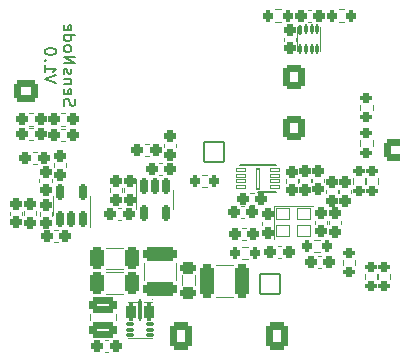
<source format=gbo>
G04 #@! TF.GenerationSoftware,KiCad,Pcbnew,(6.0.7)*
G04 #@! TF.CreationDate,2022-10-27T11:54:22+02:00*
G04 #@! TF.ProjectId,sensorNode,73656e73-6f72-44e6-9f64-652e6b696361,rev?*
G04 #@! TF.SameCoordinates,Original*
G04 #@! TF.FileFunction,Legend,Bot*
G04 #@! TF.FilePolarity,Positive*
%FSLAX46Y46*%
G04 Gerber Fmt 4.6, Leading zero omitted, Abs format (unit mm)*
G04 Created by KiCad (PCBNEW (6.0.7)) date 2022-10-27 11:54:22*
%MOMM*%
%LPD*%
G01*
G04 APERTURE LIST*
G04 Aperture macros list*
%AMRoundRect*
0 Rectangle with rounded corners*
0 $1 Rounding radius*
0 $2 $3 $4 $5 $6 $7 $8 $9 X,Y pos of 4 corners*
0 Add a 4 corners polygon primitive as box body*
4,1,4,$2,$3,$4,$5,$6,$7,$8,$9,$2,$3,0*
0 Add four circle primitives for the rounded corners*
1,1,$1+$1,$2,$3*
1,1,$1+$1,$4,$5*
1,1,$1+$1,$6,$7*
1,1,$1+$1,$8,$9*
0 Add four rect primitives between the rounded corners*
20,1,$1+$1,$2,$3,$4,$5,0*
20,1,$1+$1,$4,$5,$6,$7,0*
20,1,$1+$1,$6,$7,$8,$9,0*
20,1,$1+$1,$8,$9,$2,$3,0*%
G04 Aperture macros list end*
%ADD10C,0.150000*%
%ADD11C,0.120000*%
%ADD12RoundRect,0.050000X0.850000X-0.850000X0.850000X0.850000X-0.850000X0.850000X-0.850000X-0.850000X0*%
%ADD13O,1.800000X1.800000*%
%ADD14RoundRect,0.300000X-0.600000X-0.750000X0.600000X-0.750000X0.600000X0.750000X-0.600000X0.750000X0*%
%ADD15O,1.800000X2.100000*%
%ADD16C,3.300000*%
%ADD17RoundRect,0.300000X-0.620000X-0.845000X0.620000X-0.845000X0.620000X0.845000X-0.620000X0.845000X0*%
%ADD18O,1.840000X2.290000*%
%ADD19RoundRect,0.300000X0.750000X-0.600000X0.750000X0.600000X-0.750000X0.600000X-0.750000X-0.600000X0*%
%ADD20O,2.100000X1.800000*%
%ADD21O,1.700000X2.600000*%
%ADD22O,3.600000X7.100000*%
%ADD23O,2.000000X1.150000*%
%ADD24RoundRect,0.300000X0.725000X-0.600000X0.725000X0.600000X-0.725000X0.600000X-0.725000X-0.600000X0*%
%ADD25O,2.050000X1.800000*%
%ADD26RoundRect,0.268750X-0.256250X0.218750X-0.256250X-0.218750X0.256250X-0.218750X0.256250X0.218750X0*%
%ADD27RoundRect,0.250000X0.200000X0.275000X-0.200000X0.275000X-0.200000X-0.275000X0.200000X-0.275000X0*%
%ADD28RoundRect,0.268750X0.218750X0.256250X-0.218750X0.256250X-0.218750X-0.256250X0.218750X-0.256250X0*%
%ADD29RoundRect,0.275000X-0.250000X0.225000X-0.250000X-0.225000X0.250000X-0.225000X0.250000X0.225000X0*%
%ADD30RoundRect,0.275000X0.225000X0.250000X-0.225000X0.250000X-0.225000X-0.250000X0.225000X-0.250000X0*%
%ADD31RoundRect,0.050000X-0.575000X-0.500000X0.575000X-0.500000X0.575000X0.500000X-0.575000X0.500000X0*%
%ADD32RoundRect,0.250000X0.275000X-0.200000X0.275000X0.200000X-0.275000X0.200000X-0.275000X-0.200000X0*%
%ADD33RoundRect,0.250000X0.200000X0.525000X-0.200000X0.525000X-0.200000X-0.525000X0.200000X-0.525000X0*%
%ADD34RoundRect,0.125000X0.225000X0.075000X-0.225000X0.075000X-0.225000X-0.075000X0.225000X-0.075000X0*%
%ADD35RoundRect,0.125000X0.075000X0.787500X-0.075000X0.787500X-0.075000X-0.787500X0.075000X-0.787500X0*%
%ADD36RoundRect,0.250000X-0.200000X-0.275000X0.200000X-0.275000X0.200000X0.275000X-0.200000X0.275000X0*%
%ADD37RoundRect,0.300000X-1.100000X0.325000X-1.100000X-0.325000X1.100000X-0.325000X1.100000X0.325000X0*%
%ADD38RoundRect,0.275000X0.250000X-0.225000X0.250000X0.225000X-0.250000X0.225000X-0.250000X-0.225000X0*%
%ADD39RoundRect,0.268750X-0.381250X0.218750X-0.381250X-0.218750X0.381250X-0.218750X0.381250X0.218750X0*%
%ADD40RoundRect,0.268750X-0.218750X-0.256250X0.218750X-0.256250X0.218750X0.256250X-0.218750X0.256250X0*%
%ADD41RoundRect,0.268750X0.256250X-0.218750X0.256250X0.218750X-0.256250X0.218750X-0.256250X-0.218750X0*%
%ADD42RoundRect,0.300000X0.325000X0.650000X-0.325000X0.650000X-0.325000X-0.650000X0.325000X-0.650000X0*%
%ADD43RoundRect,0.275000X-0.225000X-0.250000X0.225000X-0.250000X0.225000X0.250000X-0.225000X0.250000X0*%
%ADD44RoundRect,0.200000X0.150000X-0.512500X0.150000X0.512500X-0.150000X0.512500X-0.150000X-0.512500X0*%
%ADD45RoundRect,0.300000X0.325000X1.100000X-0.325000X1.100000X-0.325000X-1.100000X0.325000X-1.100000X0*%
%ADD46RoundRect,0.300000X0.850000X-0.375000X0.850000X0.375000X-0.850000X0.375000X-0.850000X-0.375000X0*%
%ADD47RoundRect,0.200000X-0.150000X0.512500X-0.150000X-0.512500X0.150000X-0.512500X0.150000X0.512500X0*%
%ADD48RoundRect,0.050000X-0.375000X-0.150000X0.375000X-0.150000X0.375000X0.150000X-0.375000X0.150000X0*%
%ADD49RoundRect,0.050000X-0.150000X-0.850000X0.150000X-0.850000X0.150000X0.850000X-0.150000X0.850000X0*%
%ADD50RoundRect,0.250000X-0.275000X0.200000X-0.275000X-0.200000X0.275000X-0.200000X0.275000X0.200000X0*%
%ADD51RoundRect,0.112500X-0.062500X0.337500X-0.062500X-0.337500X0.062500X-0.337500X0.062500X0.337500X0*%
%ADD52RoundRect,0.112500X-0.062500X0.287500X-0.062500X-0.287500X0.062500X-0.287500X0.062500X0.287500X0*%
G04 APERTURE END LIST*
D10*
X214900238Y-102428571D02*
X214852619Y-102285714D01*
X214852619Y-102047619D01*
X214900238Y-101952380D01*
X214947857Y-101904761D01*
X215043095Y-101857142D01*
X215138333Y-101857142D01*
X215233571Y-101904761D01*
X215281190Y-101952380D01*
X215328809Y-102047619D01*
X215376428Y-102238095D01*
X215424047Y-102333333D01*
X215471666Y-102380952D01*
X215566904Y-102428571D01*
X215662142Y-102428571D01*
X215757380Y-102380952D01*
X215805000Y-102333333D01*
X215852619Y-102238095D01*
X215852619Y-102000000D01*
X215805000Y-101857142D01*
X214900238Y-101047619D02*
X214852619Y-101142857D01*
X214852619Y-101333333D01*
X214900238Y-101428571D01*
X214995476Y-101476190D01*
X215376428Y-101476190D01*
X215471666Y-101428571D01*
X215519285Y-101333333D01*
X215519285Y-101142857D01*
X215471666Y-101047619D01*
X215376428Y-101000000D01*
X215281190Y-101000000D01*
X215185952Y-101476190D01*
X215519285Y-100571428D02*
X214852619Y-100571428D01*
X215424047Y-100571428D02*
X215471666Y-100523809D01*
X215519285Y-100428571D01*
X215519285Y-100285714D01*
X215471666Y-100190476D01*
X215376428Y-100142857D01*
X214852619Y-100142857D01*
X214900238Y-99714285D02*
X214852619Y-99619047D01*
X214852619Y-99428571D01*
X214900238Y-99333333D01*
X214995476Y-99285714D01*
X215043095Y-99285714D01*
X215138333Y-99333333D01*
X215185952Y-99428571D01*
X215185952Y-99571428D01*
X215233571Y-99666666D01*
X215328809Y-99714285D01*
X215376428Y-99714285D01*
X215471666Y-99666666D01*
X215519285Y-99571428D01*
X215519285Y-99428571D01*
X215471666Y-99333333D01*
X214852619Y-98857142D02*
X215852619Y-98857142D01*
X214852619Y-98285714D01*
X215852619Y-98285714D01*
X214852619Y-97666666D02*
X214900238Y-97761904D01*
X214947857Y-97809523D01*
X215043095Y-97857142D01*
X215328809Y-97857142D01*
X215424047Y-97809523D01*
X215471666Y-97761904D01*
X215519285Y-97666666D01*
X215519285Y-97523809D01*
X215471666Y-97428571D01*
X215424047Y-97380952D01*
X215328809Y-97333333D01*
X215043095Y-97333333D01*
X214947857Y-97380952D01*
X214900238Y-97428571D01*
X214852619Y-97523809D01*
X214852619Y-97666666D01*
X214852619Y-96476190D02*
X215852619Y-96476190D01*
X214900238Y-96476190D02*
X214852619Y-96571428D01*
X214852619Y-96761904D01*
X214900238Y-96857142D01*
X214947857Y-96904761D01*
X215043095Y-96952380D01*
X215328809Y-96952380D01*
X215424047Y-96904761D01*
X215471666Y-96857142D01*
X215519285Y-96761904D01*
X215519285Y-96571428D01*
X215471666Y-96476190D01*
X214900238Y-95619047D02*
X214852619Y-95714285D01*
X214852619Y-95904761D01*
X214900238Y-96000000D01*
X214995476Y-96047619D01*
X215376428Y-96047619D01*
X215471666Y-96000000D01*
X215519285Y-95904761D01*
X215519285Y-95714285D01*
X215471666Y-95619047D01*
X215376428Y-95571428D01*
X215281190Y-95571428D01*
X215185952Y-96047619D01*
X214242619Y-100523809D02*
X213242619Y-100190476D01*
X214242619Y-99857142D01*
X213242619Y-99000000D02*
X213242619Y-99571428D01*
X213242619Y-99285714D02*
X214242619Y-99285714D01*
X214099761Y-99380952D01*
X214004523Y-99476190D01*
X213956904Y-99571428D01*
X213337857Y-98571428D02*
X213290238Y-98523809D01*
X213242619Y-98571428D01*
X213290238Y-98619047D01*
X213337857Y-98571428D01*
X213242619Y-98571428D01*
X214242619Y-97904761D02*
X214242619Y-97809523D01*
X214195000Y-97714285D01*
X214147380Y-97666666D01*
X214052142Y-97619047D01*
X213861666Y-97571428D01*
X213623571Y-97571428D01*
X213433095Y-97619047D01*
X213337857Y-97666666D01*
X213290238Y-97714285D01*
X213242619Y-97809523D01*
X213242619Y-97904761D01*
X213290238Y-98000000D01*
X213337857Y-98047619D01*
X213433095Y-98095238D01*
X213623571Y-98142857D01*
X213861666Y-98142857D01*
X214052142Y-98095238D01*
X214147380Y-98047619D01*
X214195000Y-98000000D01*
X214242619Y-97904761D01*
D11*
X213910000Y-111437221D02*
X213910000Y-111762779D01*
X212890000Y-111437221D02*
X212890000Y-111762779D01*
X238637258Y-95322500D02*
X238162742Y-95322500D01*
X238637258Y-94277500D02*
X238162742Y-94277500D01*
X214987779Y-103090000D02*
X214662221Y-103090000D01*
X214987779Y-104110000D02*
X214662221Y-104110000D01*
X224392024Y-105637221D02*
X224392024Y-105962779D01*
X223372024Y-105637221D02*
X223372024Y-105962779D01*
X238140000Y-109559420D02*
X238140000Y-109840580D01*
X239160000Y-109559420D02*
X239160000Y-109840580D01*
X214340580Y-114010000D02*
X214059420Y-114010000D01*
X214340580Y-112990000D02*
X214059420Y-112990000D01*
X232675000Y-110900000D02*
X235975000Y-110900000D01*
X232675000Y-113700000D02*
X232675000Y-110900000D01*
X241422500Y-117137258D02*
X241422500Y-116662742D01*
X240377500Y-117137258D02*
X240377500Y-116662742D01*
X230437258Y-114377500D02*
X229962742Y-114377500D01*
X230437258Y-115422500D02*
X229962742Y-115422500D01*
X240427500Y-109037258D02*
X240427500Y-108562742D01*
X241472500Y-109037258D02*
X241472500Y-108562742D01*
X231615000Y-112259420D02*
X231615000Y-112540580D01*
X232635000Y-112259420D02*
X232635000Y-112540580D01*
X222350000Y-119087500D02*
X221650000Y-119087500D01*
X222350000Y-122087500D02*
X220350000Y-122087500D01*
X220350000Y-119087500D02*
X221050000Y-119087500D01*
X222400000Y-118837500D02*
G75*
G03*
X222400000Y-118837500I-50000J0D01*
G01*
X236062742Y-114822500D02*
X236537258Y-114822500D01*
X236062742Y-113777500D02*
X236537258Y-113777500D01*
X238060000Y-109559420D02*
X238060000Y-109840580D01*
X237040000Y-109559420D02*
X237040000Y-109840580D01*
X215035000Y-107312221D02*
X215035000Y-107637779D01*
X214015000Y-107312221D02*
X214015000Y-107637779D01*
X233490000Y-96659420D02*
X233490000Y-96940580D01*
X234510000Y-96659420D02*
X234510000Y-96940580D01*
X221640000Y-115788748D02*
X221640000Y-117211252D01*
X224360000Y-115788748D02*
X224360000Y-117211252D01*
X242522500Y-117137258D02*
X242522500Y-116662742D01*
X241477500Y-117137258D02*
X241477500Y-116662742D01*
X212287779Y-104290000D02*
X211962221Y-104290000D01*
X212287779Y-105310000D02*
X211962221Y-105310000D01*
X238335000Y-112465580D02*
X238335000Y-112184420D01*
X237315000Y-112465580D02*
X237315000Y-112184420D01*
X225960000Y-116800378D02*
X225960000Y-117599622D01*
X224840000Y-116800378D02*
X224840000Y-117599622D01*
X214662221Y-105410000D02*
X214987779Y-105410000D01*
X214662221Y-104390000D02*
X214987779Y-104390000D01*
X222062779Y-106710000D02*
X221737221Y-106710000D01*
X222062779Y-105690000D02*
X221737221Y-105690000D01*
X239977500Y-102837258D02*
X239977500Y-102362742D01*
X241022500Y-102837258D02*
X241022500Y-102362742D01*
X227037258Y-109322500D02*
X226562742Y-109322500D01*
X227037258Y-108277500D02*
X226562742Y-108277500D01*
X233265580Y-115310000D02*
X232984420Y-115310000D01*
X233265580Y-114290000D02*
X232984420Y-114290000D01*
X219990000Y-109762779D02*
X219990000Y-109437221D01*
X221010000Y-109762779D02*
X221010000Y-109437221D01*
X240372500Y-109037258D02*
X240372500Y-108562742D01*
X239327500Y-109037258D02*
X239327500Y-108562742D01*
X219911252Y-114440000D02*
X218488748Y-114440000D01*
X219911252Y-116260000D02*
X218488748Y-116260000D01*
X219911252Y-116540000D02*
X218488748Y-116540000D01*
X219911252Y-118360000D02*
X218488748Y-118360000D01*
X212560000Y-111712779D02*
X212560000Y-111387221D01*
X211540000Y-111712779D02*
X211540000Y-111387221D01*
X236409420Y-116210000D02*
X236690580Y-116210000D01*
X236409420Y-115190000D02*
X236690580Y-115190000D01*
X217085000Y-110862500D02*
X217085000Y-112662500D01*
X213965000Y-110862500D02*
X213965000Y-111662500D01*
X217085000Y-110862500D02*
X217085000Y-110062500D01*
X213965000Y-110862500D02*
X213965000Y-110062500D01*
X230165580Y-111910000D02*
X229884420Y-111910000D01*
X230165580Y-110890000D02*
X229884420Y-110890000D01*
X229211252Y-118660000D02*
X227788748Y-118660000D01*
X229211252Y-115940000D02*
X227788748Y-115940000D01*
X232762742Y-95322500D02*
X233237258Y-95322500D01*
X232762742Y-94277500D02*
X233237258Y-94277500D01*
X213835000Y-108646920D02*
X213835000Y-108928080D01*
X212815000Y-108646920D02*
X212815000Y-108928080D01*
X233715000Y-108659420D02*
X233715000Y-108940580D01*
X234735000Y-108659420D02*
X234735000Y-108940580D01*
X235559420Y-95310000D02*
X235840580Y-95310000D01*
X235559420Y-94290000D02*
X235840580Y-94290000D01*
X230940580Y-109790000D02*
X230659420Y-109790000D01*
X230940580Y-110810000D02*
X230659420Y-110810000D01*
X212562779Y-106390000D02*
X212237221Y-106390000D01*
X212562779Y-107410000D02*
X212237221Y-107410000D01*
X223222604Y-108310000D02*
X222941444Y-108310000D01*
X223222604Y-107290000D02*
X222941444Y-107290000D01*
X219310000Y-120611252D02*
X219310000Y-120088748D01*
X217090000Y-120611252D02*
X217090000Y-120088748D01*
X221022024Y-110400000D02*
X221022024Y-111200000D01*
X221022024Y-110400000D02*
X221022024Y-108600000D01*
X224142024Y-110400000D02*
X224142024Y-109600000D01*
X224142024Y-110400000D02*
X224142024Y-111200000D01*
X211360000Y-111678080D02*
X211360000Y-111396920D01*
X210340000Y-111678080D02*
X210340000Y-111396920D01*
X235835000Y-108634420D02*
X235835000Y-108915580D01*
X234815000Y-108634420D02*
X234815000Y-108915580D01*
X236115000Y-112440580D02*
X236115000Y-112159420D01*
X237135000Y-112440580D02*
X237135000Y-112159420D01*
X235915000Y-108609420D02*
X235915000Y-108890580D01*
X236935000Y-108609420D02*
X236935000Y-108890580D01*
X218790000Y-109437221D02*
X218790000Y-109762779D01*
X219810000Y-109437221D02*
X219810000Y-109762779D01*
X239522500Y-115937258D02*
X239522500Y-115462742D01*
X238477500Y-115937258D02*
X238477500Y-115462742D01*
X212287779Y-103090000D02*
X211962221Y-103090000D01*
X212287779Y-104110000D02*
X211962221Y-104110000D01*
X230265580Y-112790000D02*
X229984420Y-112790000D01*
X230265580Y-113810000D02*
X229984420Y-113810000D01*
D10*
X231300000Y-109725000D02*
X232800000Y-109725000D01*
X229800000Y-107475000D02*
X232800000Y-107475000D01*
D11*
X219740580Y-111090000D02*
X219459420Y-111090000D01*
X219740580Y-112110000D02*
X219459420Y-112110000D01*
X239977500Y-105362742D02*
X239977500Y-105837258D01*
X241022500Y-105362742D02*
X241022500Y-105837258D01*
X234600000Y-95800000D02*
X234600000Y-97800000D01*
X236600000Y-95800000D02*
X236600000Y-97800000D01*
X218359420Y-122240000D02*
X218640580Y-122240000D01*
X218359420Y-123260000D02*
X218640580Y-123260000D01*
%LPC*%
D12*
X232360000Y-117500000D03*
D13*
X234900000Y-117500000D03*
X237440000Y-117500000D03*
D14*
X234250000Y-91800000D03*
D15*
X236750000Y-91800000D03*
D16*
X213000000Y-93000000D03*
D14*
X234350000Y-100000000D03*
D15*
X236850000Y-100000000D03*
D12*
X227550000Y-106375000D03*
D13*
X230090000Y-106375000D03*
D17*
X232960000Y-121920000D03*
D18*
X235500000Y-121920000D03*
X238040000Y-121920000D03*
D19*
X211700000Y-101150000D03*
D20*
X211700000Y-98650000D03*
D21*
X223900000Y-102700000D03*
D22*
X228980000Y-97620000D03*
D21*
X221360000Y-102700000D03*
D22*
X218820000Y-97620000D03*
D16*
X242500000Y-122000000D03*
D14*
X234350000Y-104300000D03*
D15*
X236850000Y-104300000D03*
D17*
X224760000Y-121920000D03*
D18*
X227300000Y-121920000D03*
X229840000Y-121920000D03*
D16*
X242500000Y-93000000D03*
D23*
X244000000Y-117575000D03*
X244000000Y-110425000D03*
D24*
X243000000Y-106150000D03*
D25*
X243000000Y-103650000D03*
X243000000Y-101150000D03*
X243000000Y-98650000D03*
D16*
X213000000Y-122000000D03*
D26*
X213400000Y-110812500D03*
X213400000Y-112387500D03*
D27*
X239225000Y-94800000D03*
X237575000Y-94800000D03*
D28*
X215612500Y-103600000D03*
X214037500Y-103600000D03*
D26*
X223882024Y-105012500D03*
X223882024Y-106587500D03*
D29*
X238650000Y-108925000D03*
X238650000Y-110475000D03*
D30*
X214975000Y-113500000D03*
X213425000Y-113500000D03*
D31*
X233450000Y-111600000D03*
X235200000Y-111600000D03*
X235200000Y-113000000D03*
X233450000Y-113000000D03*
D32*
X240900000Y-117725000D03*
X240900000Y-116075000D03*
D27*
X231025000Y-114900000D03*
X229375000Y-114900000D03*
D32*
X240950000Y-109625000D03*
X240950000Y-107975000D03*
D29*
X232125000Y-111625000D03*
X232125000Y-113175000D03*
D33*
X222100000Y-119900000D03*
D34*
X222200000Y-120950000D03*
X222200000Y-121400000D03*
X222200000Y-121850000D03*
X220500000Y-121850000D03*
X220500000Y-121400000D03*
X220500000Y-120950000D03*
D33*
X220600000Y-119900000D03*
D35*
X221350000Y-119762500D03*
D36*
X235475000Y-114300000D03*
X237125000Y-114300000D03*
D29*
X237550000Y-108925000D03*
X237550000Y-110475000D03*
D26*
X214525000Y-106687500D03*
X214525000Y-108262500D03*
D29*
X234000000Y-96025000D03*
X234000000Y-97575000D03*
D37*
X223000000Y-115025000D03*
X223000000Y-117975000D03*
D32*
X242000000Y-117725000D03*
X242000000Y-116075000D03*
D28*
X212912500Y-104800000D03*
X211337500Y-104800000D03*
D38*
X237825000Y-113100000D03*
X237825000Y-111550000D03*
D39*
X225400000Y-116137500D03*
X225400000Y-118262500D03*
D40*
X214037500Y-104900000D03*
X215612500Y-104900000D03*
D28*
X222687500Y-106200000D03*
X221112500Y-106200000D03*
D32*
X240500000Y-103425000D03*
X240500000Y-101775000D03*
D27*
X227625000Y-108800000D03*
X225975000Y-108800000D03*
D30*
X233900000Y-114800000D03*
X232350000Y-114800000D03*
D41*
X220500000Y-110387500D03*
X220500000Y-108812500D03*
D32*
X239850000Y-109625000D03*
X239850000Y-107975000D03*
D42*
X220675000Y-115350000D03*
X217725000Y-115350000D03*
X220675000Y-117450000D03*
X217725000Y-117450000D03*
D41*
X212050000Y-112337500D03*
X212050000Y-110762500D03*
D43*
X235775000Y-115700000D03*
X237325000Y-115700000D03*
D44*
X216475000Y-112000000D03*
X215525000Y-112000000D03*
X214575000Y-112000000D03*
X214575000Y-109725000D03*
X216475000Y-109725000D03*
D30*
X230800000Y-111400000D03*
X229250000Y-111400000D03*
D45*
X229975000Y-117300000D03*
X227025000Y-117300000D03*
D36*
X232175000Y-94800000D03*
X233825000Y-94800000D03*
D29*
X213325000Y-108012500D03*
X213325000Y-109562500D03*
X234225000Y-108025000D03*
X234225000Y-109575000D03*
D43*
X234925000Y-94800000D03*
X236475000Y-94800000D03*
D30*
X231575000Y-110300000D03*
X230025000Y-110300000D03*
D28*
X213187500Y-106900000D03*
X211612500Y-106900000D03*
D30*
X223857024Y-107800000D03*
X222307024Y-107800000D03*
D46*
X218200000Y-121425000D03*
X218200000Y-119275000D03*
D47*
X221632024Y-109262500D03*
X222582024Y-109262500D03*
X223532024Y-109262500D03*
X223532024Y-111537500D03*
X221632024Y-111537500D03*
D38*
X210850000Y-112312500D03*
X210850000Y-110762500D03*
D29*
X235325000Y-108000000D03*
X235325000Y-109550000D03*
D38*
X236625000Y-113075000D03*
X236625000Y-111525000D03*
D29*
X236425000Y-107975000D03*
X236425000Y-109525000D03*
D26*
X219300000Y-108812500D03*
X219300000Y-110387500D03*
D32*
X239000000Y-116525000D03*
X239000000Y-114875000D03*
D28*
X212912500Y-103600000D03*
X211337500Y-103600000D03*
D30*
X230900000Y-113300000D03*
X229350000Y-113300000D03*
D48*
X229850000Y-109350000D03*
X229850000Y-108850000D03*
X229850000Y-108350000D03*
X229850000Y-107850000D03*
X232750000Y-107850000D03*
X232750000Y-108350000D03*
X232750000Y-108850000D03*
X232750000Y-109350000D03*
D49*
X231300000Y-108600000D03*
D30*
X220375000Y-111600000D03*
X218825000Y-111600000D03*
D50*
X240500000Y-104775000D03*
X240500000Y-106425000D03*
D51*
X234850000Y-96000000D03*
D52*
X235350000Y-95950000D03*
X235850000Y-95950000D03*
X236350000Y-95950000D03*
X236350000Y-97650000D03*
X235850000Y-97650000D03*
X235350000Y-97650000D03*
X234850000Y-97650000D03*
D43*
X217725000Y-122750000D03*
X219275000Y-122750000D03*
M02*

</source>
